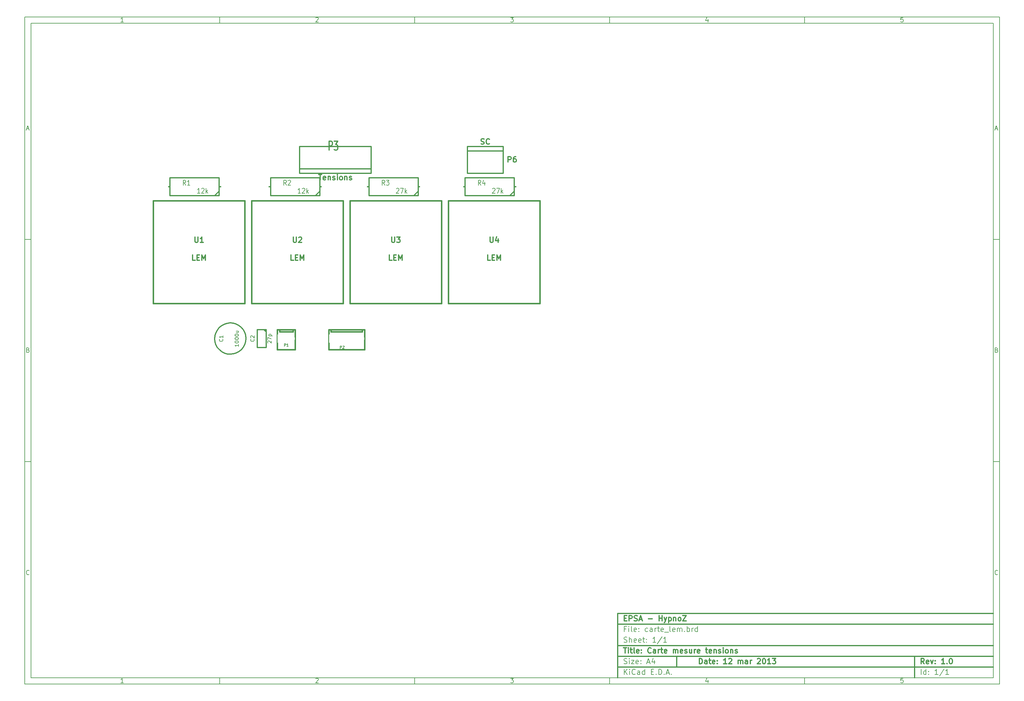
<source format=gto>
G04 (created by PCBNEW-RS274X (2012-01-19 BZR 3256)-stable) date 12/03/2013 15:31:54*
G01*
G70*
G90*
%MOIN*%
G04 Gerber Fmt 3.4, Leading zero omitted, Abs format*
%FSLAX34Y34*%
G04 APERTURE LIST*
%ADD10C,0.006000*%
%ADD11C,0.012000*%
%ADD12C,0.015000*%
%ADD13C,0.008000*%
%ADD14R,0.095000X0.095000*%
%ADD15C,0.095000*%
%ADD16C,0.090000*%
%ADD17R,0.170000X0.170000*%
%ADD18C,0.170000*%
%ADD19C,0.110000*%
G04 APERTURE END LIST*
G54D10*
X04000Y-04000D02*
X113000Y-04000D01*
X113000Y-78670D01*
X04000Y-78670D01*
X04000Y-04000D01*
X04700Y-04700D02*
X112300Y-04700D01*
X112300Y-77970D01*
X04700Y-77970D01*
X04700Y-04700D01*
X25800Y-04000D02*
X25800Y-04700D01*
X15043Y-04552D02*
X14757Y-04552D01*
X14900Y-04552D02*
X14900Y-04052D01*
X14852Y-04124D01*
X14805Y-04171D01*
X14757Y-04195D01*
X25800Y-78670D02*
X25800Y-77970D01*
X15043Y-78522D02*
X14757Y-78522D01*
X14900Y-78522D02*
X14900Y-78022D01*
X14852Y-78094D01*
X14805Y-78141D01*
X14757Y-78165D01*
X47600Y-04000D02*
X47600Y-04700D01*
X36557Y-04100D02*
X36581Y-04076D01*
X36629Y-04052D01*
X36748Y-04052D01*
X36795Y-04076D01*
X36819Y-04100D01*
X36843Y-04148D01*
X36843Y-04195D01*
X36819Y-04267D01*
X36533Y-04552D01*
X36843Y-04552D01*
X47600Y-78670D02*
X47600Y-77970D01*
X36557Y-78070D02*
X36581Y-78046D01*
X36629Y-78022D01*
X36748Y-78022D01*
X36795Y-78046D01*
X36819Y-78070D01*
X36843Y-78118D01*
X36843Y-78165D01*
X36819Y-78237D01*
X36533Y-78522D01*
X36843Y-78522D01*
X69400Y-04000D02*
X69400Y-04700D01*
X58333Y-04052D02*
X58643Y-04052D01*
X58476Y-04243D01*
X58548Y-04243D01*
X58595Y-04267D01*
X58619Y-04290D01*
X58643Y-04338D01*
X58643Y-04457D01*
X58619Y-04505D01*
X58595Y-04529D01*
X58548Y-04552D01*
X58405Y-04552D01*
X58357Y-04529D01*
X58333Y-04505D01*
X69400Y-78670D02*
X69400Y-77970D01*
X58333Y-78022D02*
X58643Y-78022D01*
X58476Y-78213D01*
X58548Y-78213D01*
X58595Y-78237D01*
X58619Y-78260D01*
X58643Y-78308D01*
X58643Y-78427D01*
X58619Y-78475D01*
X58595Y-78499D01*
X58548Y-78522D01*
X58405Y-78522D01*
X58357Y-78499D01*
X58333Y-78475D01*
X91200Y-04000D02*
X91200Y-04700D01*
X80395Y-04219D02*
X80395Y-04552D01*
X80276Y-04029D02*
X80157Y-04386D01*
X80467Y-04386D01*
X91200Y-78670D02*
X91200Y-77970D01*
X80395Y-78189D02*
X80395Y-78522D01*
X80276Y-77999D02*
X80157Y-78356D01*
X80467Y-78356D01*
X102219Y-04052D02*
X101981Y-04052D01*
X101957Y-04290D01*
X101981Y-04267D01*
X102029Y-04243D01*
X102148Y-04243D01*
X102195Y-04267D01*
X102219Y-04290D01*
X102243Y-04338D01*
X102243Y-04457D01*
X102219Y-04505D01*
X102195Y-04529D01*
X102148Y-04552D01*
X102029Y-04552D01*
X101981Y-04529D01*
X101957Y-04505D01*
X102219Y-78022D02*
X101981Y-78022D01*
X101957Y-78260D01*
X101981Y-78237D01*
X102029Y-78213D01*
X102148Y-78213D01*
X102195Y-78237D01*
X102219Y-78260D01*
X102243Y-78308D01*
X102243Y-78427D01*
X102219Y-78475D01*
X102195Y-78499D01*
X102148Y-78522D01*
X102029Y-78522D01*
X101981Y-78499D01*
X101957Y-78475D01*
X04000Y-28890D02*
X04700Y-28890D01*
X04231Y-16510D02*
X04469Y-16510D01*
X04184Y-16652D02*
X04350Y-16152D01*
X04517Y-16652D01*
X113000Y-28890D02*
X112300Y-28890D01*
X112531Y-16510D02*
X112769Y-16510D01*
X112484Y-16652D02*
X112650Y-16152D01*
X112817Y-16652D01*
X04000Y-53780D02*
X04700Y-53780D01*
X04386Y-41280D02*
X04457Y-41304D01*
X04481Y-41328D01*
X04505Y-41376D01*
X04505Y-41447D01*
X04481Y-41495D01*
X04457Y-41519D01*
X04410Y-41542D01*
X04219Y-41542D01*
X04219Y-41042D01*
X04386Y-41042D01*
X04433Y-41066D01*
X04457Y-41090D01*
X04481Y-41138D01*
X04481Y-41185D01*
X04457Y-41233D01*
X04433Y-41257D01*
X04386Y-41280D01*
X04219Y-41280D01*
X113000Y-53780D02*
X112300Y-53780D01*
X112686Y-41280D02*
X112757Y-41304D01*
X112781Y-41328D01*
X112805Y-41376D01*
X112805Y-41447D01*
X112781Y-41495D01*
X112757Y-41519D01*
X112710Y-41542D01*
X112519Y-41542D01*
X112519Y-41042D01*
X112686Y-41042D01*
X112733Y-41066D01*
X112757Y-41090D01*
X112781Y-41138D01*
X112781Y-41185D01*
X112757Y-41233D01*
X112733Y-41257D01*
X112686Y-41280D01*
X112519Y-41280D01*
X04505Y-66385D02*
X04481Y-66409D01*
X04410Y-66432D01*
X04362Y-66432D01*
X04290Y-66409D01*
X04243Y-66361D01*
X04219Y-66313D01*
X04195Y-66218D01*
X04195Y-66147D01*
X04219Y-66051D01*
X04243Y-66004D01*
X04290Y-65956D01*
X04362Y-65932D01*
X04410Y-65932D01*
X04481Y-65956D01*
X04505Y-65980D01*
X112805Y-66385D02*
X112781Y-66409D01*
X112710Y-66432D01*
X112662Y-66432D01*
X112590Y-66409D01*
X112543Y-66361D01*
X112519Y-66313D01*
X112495Y-66218D01*
X112495Y-66147D01*
X112519Y-66051D01*
X112543Y-66004D01*
X112590Y-65956D01*
X112662Y-65932D01*
X112710Y-65932D01*
X112781Y-65956D01*
X112805Y-65980D01*
G54D11*
X79443Y-76413D02*
X79443Y-75813D01*
X79586Y-75813D01*
X79671Y-75841D01*
X79729Y-75899D01*
X79757Y-75956D01*
X79786Y-76070D01*
X79786Y-76156D01*
X79757Y-76270D01*
X79729Y-76327D01*
X79671Y-76384D01*
X79586Y-76413D01*
X79443Y-76413D01*
X80300Y-76413D02*
X80300Y-76099D01*
X80271Y-76041D01*
X80214Y-76013D01*
X80100Y-76013D01*
X80043Y-76041D01*
X80300Y-76384D02*
X80243Y-76413D01*
X80100Y-76413D01*
X80043Y-76384D01*
X80014Y-76327D01*
X80014Y-76270D01*
X80043Y-76213D01*
X80100Y-76184D01*
X80243Y-76184D01*
X80300Y-76156D01*
X80500Y-76013D02*
X80729Y-76013D01*
X80586Y-75813D02*
X80586Y-76327D01*
X80614Y-76384D01*
X80672Y-76413D01*
X80729Y-76413D01*
X81157Y-76384D02*
X81100Y-76413D01*
X80986Y-76413D01*
X80929Y-76384D01*
X80900Y-76327D01*
X80900Y-76099D01*
X80929Y-76041D01*
X80986Y-76013D01*
X81100Y-76013D01*
X81157Y-76041D01*
X81186Y-76099D01*
X81186Y-76156D01*
X80900Y-76213D01*
X81443Y-76356D02*
X81471Y-76384D01*
X81443Y-76413D01*
X81414Y-76384D01*
X81443Y-76356D01*
X81443Y-76413D01*
X81443Y-76041D02*
X81471Y-76070D01*
X81443Y-76099D01*
X81414Y-76070D01*
X81443Y-76041D01*
X81443Y-76099D01*
X82500Y-76413D02*
X82157Y-76413D01*
X82329Y-76413D02*
X82329Y-75813D01*
X82272Y-75899D01*
X82214Y-75956D01*
X82157Y-75984D01*
X82728Y-75870D02*
X82757Y-75841D01*
X82814Y-75813D01*
X82957Y-75813D01*
X83014Y-75841D01*
X83043Y-75870D01*
X83071Y-75927D01*
X83071Y-75984D01*
X83043Y-76070D01*
X82700Y-76413D01*
X83071Y-76413D01*
X83785Y-76413D02*
X83785Y-76013D01*
X83785Y-76070D02*
X83813Y-76041D01*
X83871Y-76013D01*
X83956Y-76013D01*
X84013Y-76041D01*
X84042Y-76099D01*
X84042Y-76413D01*
X84042Y-76099D02*
X84071Y-76041D01*
X84128Y-76013D01*
X84213Y-76013D01*
X84271Y-76041D01*
X84299Y-76099D01*
X84299Y-76413D01*
X84842Y-76413D02*
X84842Y-76099D01*
X84813Y-76041D01*
X84756Y-76013D01*
X84642Y-76013D01*
X84585Y-76041D01*
X84842Y-76384D02*
X84785Y-76413D01*
X84642Y-76413D01*
X84585Y-76384D01*
X84556Y-76327D01*
X84556Y-76270D01*
X84585Y-76213D01*
X84642Y-76184D01*
X84785Y-76184D01*
X84842Y-76156D01*
X85128Y-76413D02*
X85128Y-76013D01*
X85128Y-76127D02*
X85156Y-76070D01*
X85185Y-76041D01*
X85242Y-76013D01*
X85299Y-76013D01*
X85927Y-75870D02*
X85956Y-75841D01*
X86013Y-75813D01*
X86156Y-75813D01*
X86213Y-75841D01*
X86242Y-75870D01*
X86270Y-75927D01*
X86270Y-75984D01*
X86242Y-76070D01*
X85899Y-76413D01*
X86270Y-76413D01*
X86641Y-75813D02*
X86698Y-75813D01*
X86755Y-75841D01*
X86784Y-75870D01*
X86813Y-75927D01*
X86841Y-76041D01*
X86841Y-76184D01*
X86813Y-76299D01*
X86784Y-76356D01*
X86755Y-76384D01*
X86698Y-76413D01*
X86641Y-76413D01*
X86584Y-76384D01*
X86555Y-76356D01*
X86527Y-76299D01*
X86498Y-76184D01*
X86498Y-76041D01*
X86527Y-75927D01*
X86555Y-75870D01*
X86584Y-75841D01*
X86641Y-75813D01*
X87412Y-76413D02*
X87069Y-76413D01*
X87241Y-76413D02*
X87241Y-75813D01*
X87184Y-75899D01*
X87126Y-75956D01*
X87069Y-75984D01*
X87612Y-75813D02*
X87983Y-75813D01*
X87783Y-76041D01*
X87869Y-76041D01*
X87926Y-76070D01*
X87955Y-76099D01*
X87983Y-76156D01*
X87983Y-76299D01*
X87955Y-76356D01*
X87926Y-76384D01*
X87869Y-76413D01*
X87697Y-76413D01*
X87640Y-76384D01*
X87612Y-76356D01*
G54D10*
X71043Y-77613D02*
X71043Y-77013D01*
X71386Y-77613D02*
X71129Y-77270D01*
X71386Y-77013D02*
X71043Y-77356D01*
X71643Y-77613D02*
X71643Y-77213D01*
X71643Y-77013D02*
X71614Y-77041D01*
X71643Y-77070D01*
X71671Y-77041D01*
X71643Y-77013D01*
X71643Y-77070D01*
X72272Y-77556D02*
X72243Y-77584D01*
X72157Y-77613D01*
X72100Y-77613D01*
X72015Y-77584D01*
X71957Y-77527D01*
X71929Y-77470D01*
X71900Y-77356D01*
X71900Y-77270D01*
X71929Y-77156D01*
X71957Y-77099D01*
X72015Y-77041D01*
X72100Y-77013D01*
X72157Y-77013D01*
X72243Y-77041D01*
X72272Y-77070D01*
X72786Y-77613D02*
X72786Y-77299D01*
X72757Y-77241D01*
X72700Y-77213D01*
X72586Y-77213D01*
X72529Y-77241D01*
X72786Y-77584D02*
X72729Y-77613D01*
X72586Y-77613D01*
X72529Y-77584D01*
X72500Y-77527D01*
X72500Y-77470D01*
X72529Y-77413D01*
X72586Y-77384D01*
X72729Y-77384D01*
X72786Y-77356D01*
X73329Y-77613D02*
X73329Y-77013D01*
X73329Y-77584D02*
X73272Y-77613D01*
X73158Y-77613D01*
X73100Y-77584D01*
X73072Y-77556D01*
X73043Y-77499D01*
X73043Y-77327D01*
X73072Y-77270D01*
X73100Y-77241D01*
X73158Y-77213D01*
X73272Y-77213D01*
X73329Y-77241D01*
X74072Y-77299D02*
X74272Y-77299D01*
X74358Y-77613D02*
X74072Y-77613D01*
X74072Y-77013D01*
X74358Y-77013D01*
X74615Y-77556D02*
X74643Y-77584D01*
X74615Y-77613D01*
X74586Y-77584D01*
X74615Y-77556D01*
X74615Y-77613D01*
X74901Y-77613D02*
X74901Y-77013D01*
X75044Y-77013D01*
X75129Y-77041D01*
X75187Y-77099D01*
X75215Y-77156D01*
X75244Y-77270D01*
X75244Y-77356D01*
X75215Y-77470D01*
X75187Y-77527D01*
X75129Y-77584D01*
X75044Y-77613D01*
X74901Y-77613D01*
X75501Y-77556D02*
X75529Y-77584D01*
X75501Y-77613D01*
X75472Y-77584D01*
X75501Y-77556D01*
X75501Y-77613D01*
X75758Y-77441D02*
X76044Y-77441D01*
X75701Y-77613D02*
X75901Y-77013D01*
X76101Y-77613D01*
X76301Y-77556D02*
X76329Y-77584D01*
X76301Y-77613D01*
X76272Y-77584D01*
X76301Y-77556D01*
X76301Y-77613D01*
G54D11*
X104586Y-76413D02*
X104386Y-76127D01*
X104243Y-76413D02*
X104243Y-75813D01*
X104471Y-75813D01*
X104529Y-75841D01*
X104557Y-75870D01*
X104586Y-75927D01*
X104586Y-76013D01*
X104557Y-76070D01*
X104529Y-76099D01*
X104471Y-76127D01*
X104243Y-76127D01*
X105071Y-76384D02*
X105014Y-76413D01*
X104900Y-76413D01*
X104843Y-76384D01*
X104814Y-76327D01*
X104814Y-76099D01*
X104843Y-76041D01*
X104900Y-76013D01*
X105014Y-76013D01*
X105071Y-76041D01*
X105100Y-76099D01*
X105100Y-76156D01*
X104814Y-76213D01*
X105300Y-76013D02*
X105443Y-76413D01*
X105585Y-76013D01*
X105814Y-76356D02*
X105842Y-76384D01*
X105814Y-76413D01*
X105785Y-76384D01*
X105814Y-76356D01*
X105814Y-76413D01*
X105814Y-76041D02*
X105842Y-76070D01*
X105814Y-76099D01*
X105785Y-76070D01*
X105814Y-76041D01*
X105814Y-76099D01*
X106871Y-76413D02*
X106528Y-76413D01*
X106700Y-76413D02*
X106700Y-75813D01*
X106643Y-75899D01*
X106585Y-75956D01*
X106528Y-75984D01*
X107128Y-76356D02*
X107156Y-76384D01*
X107128Y-76413D01*
X107099Y-76384D01*
X107128Y-76356D01*
X107128Y-76413D01*
X107528Y-75813D02*
X107585Y-75813D01*
X107642Y-75841D01*
X107671Y-75870D01*
X107700Y-75927D01*
X107728Y-76041D01*
X107728Y-76184D01*
X107700Y-76299D01*
X107671Y-76356D01*
X107642Y-76384D01*
X107585Y-76413D01*
X107528Y-76413D01*
X107471Y-76384D01*
X107442Y-76356D01*
X107414Y-76299D01*
X107385Y-76184D01*
X107385Y-76041D01*
X107414Y-75927D01*
X107442Y-75870D01*
X107471Y-75841D01*
X107528Y-75813D01*
G54D10*
X71014Y-76384D02*
X71100Y-76413D01*
X71243Y-76413D01*
X71300Y-76384D01*
X71329Y-76356D01*
X71357Y-76299D01*
X71357Y-76241D01*
X71329Y-76184D01*
X71300Y-76156D01*
X71243Y-76127D01*
X71129Y-76099D01*
X71071Y-76070D01*
X71043Y-76041D01*
X71014Y-75984D01*
X71014Y-75927D01*
X71043Y-75870D01*
X71071Y-75841D01*
X71129Y-75813D01*
X71271Y-75813D01*
X71357Y-75841D01*
X71614Y-76413D02*
X71614Y-76013D01*
X71614Y-75813D02*
X71585Y-75841D01*
X71614Y-75870D01*
X71642Y-75841D01*
X71614Y-75813D01*
X71614Y-75870D01*
X71843Y-76013D02*
X72157Y-76013D01*
X71843Y-76413D01*
X72157Y-76413D01*
X72614Y-76384D02*
X72557Y-76413D01*
X72443Y-76413D01*
X72386Y-76384D01*
X72357Y-76327D01*
X72357Y-76099D01*
X72386Y-76041D01*
X72443Y-76013D01*
X72557Y-76013D01*
X72614Y-76041D01*
X72643Y-76099D01*
X72643Y-76156D01*
X72357Y-76213D01*
X72900Y-76356D02*
X72928Y-76384D01*
X72900Y-76413D01*
X72871Y-76384D01*
X72900Y-76356D01*
X72900Y-76413D01*
X72900Y-76041D02*
X72928Y-76070D01*
X72900Y-76099D01*
X72871Y-76070D01*
X72900Y-76041D01*
X72900Y-76099D01*
X73614Y-76241D02*
X73900Y-76241D01*
X73557Y-76413D02*
X73757Y-75813D01*
X73957Y-76413D01*
X74414Y-76013D02*
X74414Y-76413D01*
X74271Y-75784D02*
X74128Y-76213D01*
X74500Y-76213D01*
X104243Y-77613D02*
X104243Y-77013D01*
X104786Y-77613D02*
X104786Y-77013D01*
X104786Y-77584D02*
X104729Y-77613D01*
X104615Y-77613D01*
X104557Y-77584D01*
X104529Y-77556D01*
X104500Y-77499D01*
X104500Y-77327D01*
X104529Y-77270D01*
X104557Y-77241D01*
X104615Y-77213D01*
X104729Y-77213D01*
X104786Y-77241D01*
X105072Y-77556D02*
X105100Y-77584D01*
X105072Y-77613D01*
X105043Y-77584D01*
X105072Y-77556D01*
X105072Y-77613D01*
X105072Y-77241D02*
X105100Y-77270D01*
X105072Y-77299D01*
X105043Y-77270D01*
X105072Y-77241D01*
X105072Y-77299D01*
X106129Y-77613D02*
X105786Y-77613D01*
X105958Y-77613D02*
X105958Y-77013D01*
X105901Y-77099D01*
X105843Y-77156D01*
X105786Y-77184D01*
X106814Y-76984D02*
X106300Y-77756D01*
X107329Y-77613D02*
X106986Y-77613D01*
X107158Y-77613D02*
X107158Y-77013D01*
X107101Y-77099D01*
X107043Y-77156D01*
X106986Y-77184D01*
G54D11*
X70957Y-74613D02*
X71300Y-74613D01*
X71129Y-75213D02*
X71129Y-74613D01*
X71500Y-75213D02*
X71500Y-74813D01*
X71500Y-74613D02*
X71471Y-74641D01*
X71500Y-74670D01*
X71528Y-74641D01*
X71500Y-74613D01*
X71500Y-74670D01*
X71700Y-74813D02*
X71929Y-74813D01*
X71786Y-74613D02*
X71786Y-75127D01*
X71814Y-75184D01*
X71872Y-75213D01*
X71929Y-75213D01*
X72215Y-75213D02*
X72157Y-75184D01*
X72129Y-75127D01*
X72129Y-74613D01*
X72671Y-75184D02*
X72614Y-75213D01*
X72500Y-75213D01*
X72443Y-75184D01*
X72414Y-75127D01*
X72414Y-74899D01*
X72443Y-74841D01*
X72500Y-74813D01*
X72614Y-74813D01*
X72671Y-74841D01*
X72700Y-74899D01*
X72700Y-74956D01*
X72414Y-75013D01*
X72957Y-75156D02*
X72985Y-75184D01*
X72957Y-75213D01*
X72928Y-75184D01*
X72957Y-75156D01*
X72957Y-75213D01*
X72957Y-74841D02*
X72985Y-74870D01*
X72957Y-74899D01*
X72928Y-74870D01*
X72957Y-74841D01*
X72957Y-74899D01*
X74043Y-75156D02*
X74014Y-75184D01*
X73928Y-75213D01*
X73871Y-75213D01*
X73786Y-75184D01*
X73728Y-75127D01*
X73700Y-75070D01*
X73671Y-74956D01*
X73671Y-74870D01*
X73700Y-74756D01*
X73728Y-74699D01*
X73786Y-74641D01*
X73871Y-74613D01*
X73928Y-74613D01*
X74014Y-74641D01*
X74043Y-74670D01*
X74557Y-75213D02*
X74557Y-74899D01*
X74528Y-74841D01*
X74471Y-74813D01*
X74357Y-74813D01*
X74300Y-74841D01*
X74557Y-75184D02*
X74500Y-75213D01*
X74357Y-75213D01*
X74300Y-75184D01*
X74271Y-75127D01*
X74271Y-75070D01*
X74300Y-75013D01*
X74357Y-74984D01*
X74500Y-74984D01*
X74557Y-74956D01*
X74843Y-75213D02*
X74843Y-74813D01*
X74843Y-74927D02*
X74871Y-74870D01*
X74900Y-74841D01*
X74957Y-74813D01*
X75014Y-74813D01*
X75128Y-74813D02*
X75357Y-74813D01*
X75214Y-74613D02*
X75214Y-75127D01*
X75242Y-75184D01*
X75300Y-75213D01*
X75357Y-75213D01*
X75785Y-75184D02*
X75728Y-75213D01*
X75614Y-75213D01*
X75557Y-75184D01*
X75528Y-75127D01*
X75528Y-74899D01*
X75557Y-74841D01*
X75614Y-74813D01*
X75728Y-74813D01*
X75785Y-74841D01*
X75814Y-74899D01*
X75814Y-74956D01*
X75528Y-75013D01*
X76528Y-75213D02*
X76528Y-74813D01*
X76528Y-74870D02*
X76556Y-74841D01*
X76614Y-74813D01*
X76699Y-74813D01*
X76756Y-74841D01*
X76785Y-74899D01*
X76785Y-75213D01*
X76785Y-74899D02*
X76814Y-74841D01*
X76871Y-74813D01*
X76956Y-74813D01*
X77014Y-74841D01*
X77042Y-74899D01*
X77042Y-75213D01*
X77556Y-75184D02*
X77499Y-75213D01*
X77385Y-75213D01*
X77328Y-75184D01*
X77299Y-75127D01*
X77299Y-74899D01*
X77328Y-74841D01*
X77385Y-74813D01*
X77499Y-74813D01*
X77556Y-74841D01*
X77585Y-74899D01*
X77585Y-74956D01*
X77299Y-75013D01*
X77813Y-75184D02*
X77870Y-75213D01*
X77985Y-75213D01*
X78042Y-75184D01*
X78070Y-75127D01*
X78070Y-75099D01*
X78042Y-75041D01*
X77985Y-75013D01*
X77899Y-75013D01*
X77842Y-74984D01*
X77813Y-74927D01*
X77813Y-74899D01*
X77842Y-74841D01*
X77899Y-74813D01*
X77985Y-74813D01*
X78042Y-74841D01*
X78585Y-74813D02*
X78585Y-75213D01*
X78328Y-74813D02*
X78328Y-75127D01*
X78356Y-75184D01*
X78414Y-75213D01*
X78499Y-75213D01*
X78556Y-75184D01*
X78585Y-75156D01*
X78871Y-75213D02*
X78871Y-74813D01*
X78871Y-74927D02*
X78899Y-74870D01*
X78928Y-74841D01*
X78985Y-74813D01*
X79042Y-74813D01*
X79470Y-75184D02*
X79413Y-75213D01*
X79299Y-75213D01*
X79242Y-75184D01*
X79213Y-75127D01*
X79213Y-74899D01*
X79242Y-74841D01*
X79299Y-74813D01*
X79413Y-74813D01*
X79470Y-74841D01*
X79499Y-74899D01*
X79499Y-74956D01*
X79213Y-75013D01*
X80127Y-74813D02*
X80356Y-74813D01*
X80213Y-74613D02*
X80213Y-75127D01*
X80241Y-75184D01*
X80299Y-75213D01*
X80356Y-75213D01*
X80784Y-75184D02*
X80727Y-75213D01*
X80613Y-75213D01*
X80556Y-75184D01*
X80527Y-75127D01*
X80527Y-74899D01*
X80556Y-74841D01*
X80613Y-74813D01*
X80727Y-74813D01*
X80784Y-74841D01*
X80813Y-74899D01*
X80813Y-74956D01*
X80527Y-75013D01*
X81070Y-74813D02*
X81070Y-75213D01*
X81070Y-74870D02*
X81098Y-74841D01*
X81156Y-74813D01*
X81241Y-74813D01*
X81298Y-74841D01*
X81327Y-74899D01*
X81327Y-75213D01*
X81584Y-75184D02*
X81641Y-75213D01*
X81756Y-75213D01*
X81813Y-75184D01*
X81841Y-75127D01*
X81841Y-75099D01*
X81813Y-75041D01*
X81756Y-75013D01*
X81670Y-75013D01*
X81613Y-74984D01*
X81584Y-74927D01*
X81584Y-74899D01*
X81613Y-74841D01*
X81670Y-74813D01*
X81756Y-74813D01*
X81813Y-74841D01*
X82099Y-75213D02*
X82099Y-74813D01*
X82099Y-74613D02*
X82070Y-74641D01*
X82099Y-74670D01*
X82127Y-74641D01*
X82099Y-74613D01*
X82099Y-74670D01*
X82471Y-75213D02*
X82413Y-75184D01*
X82385Y-75156D01*
X82356Y-75099D01*
X82356Y-74927D01*
X82385Y-74870D01*
X82413Y-74841D01*
X82471Y-74813D01*
X82556Y-74813D01*
X82613Y-74841D01*
X82642Y-74870D01*
X82671Y-74927D01*
X82671Y-75099D01*
X82642Y-75156D01*
X82613Y-75184D01*
X82556Y-75213D01*
X82471Y-75213D01*
X82928Y-74813D02*
X82928Y-75213D01*
X82928Y-74870D02*
X82956Y-74841D01*
X83014Y-74813D01*
X83099Y-74813D01*
X83156Y-74841D01*
X83185Y-74899D01*
X83185Y-75213D01*
X83442Y-75184D02*
X83499Y-75213D01*
X83614Y-75213D01*
X83671Y-75184D01*
X83699Y-75127D01*
X83699Y-75099D01*
X83671Y-75041D01*
X83614Y-75013D01*
X83528Y-75013D01*
X83471Y-74984D01*
X83442Y-74927D01*
X83442Y-74899D01*
X83471Y-74841D01*
X83528Y-74813D01*
X83614Y-74813D01*
X83671Y-74841D01*
G54D10*
X71243Y-72499D02*
X71043Y-72499D01*
X71043Y-72813D02*
X71043Y-72213D01*
X71329Y-72213D01*
X71557Y-72813D02*
X71557Y-72413D01*
X71557Y-72213D02*
X71528Y-72241D01*
X71557Y-72270D01*
X71585Y-72241D01*
X71557Y-72213D01*
X71557Y-72270D01*
X71929Y-72813D02*
X71871Y-72784D01*
X71843Y-72727D01*
X71843Y-72213D01*
X72385Y-72784D02*
X72328Y-72813D01*
X72214Y-72813D01*
X72157Y-72784D01*
X72128Y-72727D01*
X72128Y-72499D01*
X72157Y-72441D01*
X72214Y-72413D01*
X72328Y-72413D01*
X72385Y-72441D01*
X72414Y-72499D01*
X72414Y-72556D01*
X72128Y-72613D01*
X72671Y-72756D02*
X72699Y-72784D01*
X72671Y-72813D01*
X72642Y-72784D01*
X72671Y-72756D01*
X72671Y-72813D01*
X72671Y-72441D02*
X72699Y-72470D01*
X72671Y-72499D01*
X72642Y-72470D01*
X72671Y-72441D01*
X72671Y-72499D01*
X73671Y-72784D02*
X73614Y-72813D01*
X73500Y-72813D01*
X73442Y-72784D01*
X73414Y-72756D01*
X73385Y-72699D01*
X73385Y-72527D01*
X73414Y-72470D01*
X73442Y-72441D01*
X73500Y-72413D01*
X73614Y-72413D01*
X73671Y-72441D01*
X74185Y-72813D02*
X74185Y-72499D01*
X74156Y-72441D01*
X74099Y-72413D01*
X73985Y-72413D01*
X73928Y-72441D01*
X74185Y-72784D02*
X74128Y-72813D01*
X73985Y-72813D01*
X73928Y-72784D01*
X73899Y-72727D01*
X73899Y-72670D01*
X73928Y-72613D01*
X73985Y-72584D01*
X74128Y-72584D01*
X74185Y-72556D01*
X74471Y-72813D02*
X74471Y-72413D01*
X74471Y-72527D02*
X74499Y-72470D01*
X74528Y-72441D01*
X74585Y-72413D01*
X74642Y-72413D01*
X74756Y-72413D02*
X74985Y-72413D01*
X74842Y-72213D02*
X74842Y-72727D01*
X74870Y-72784D01*
X74928Y-72813D01*
X74985Y-72813D01*
X75413Y-72784D02*
X75356Y-72813D01*
X75242Y-72813D01*
X75185Y-72784D01*
X75156Y-72727D01*
X75156Y-72499D01*
X75185Y-72441D01*
X75242Y-72413D01*
X75356Y-72413D01*
X75413Y-72441D01*
X75442Y-72499D01*
X75442Y-72556D01*
X75156Y-72613D01*
X75556Y-72870D02*
X76013Y-72870D01*
X76242Y-72813D02*
X76184Y-72784D01*
X76156Y-72727D01*
X76156Y-72213D01*
X76698Y-72784D02*
X76641Y-72813D01*
X76527Y-72813D01*
X76470Y-72784D01*
X76441Y-72727D01*
X76441Y-72499D01*
X76470Y-72441D01*
X76527Y-72413D01*
X76641Y-72413D01*
X76698Y-72441D01*
X76727Y-72499D01*
X76727Y-72556D01*
X76441Y-72613D01*
X76984Y-72813D02*
X76984Y-72413D01*
X76984Y-72470D02*
X77012Y-72441D01*
X77070Y-72413D01*
X77155Y-72413D01*
X77212Y-72441D01*
X77241Y-72499D01*
X77241Y-72813D01*
X77241Y-72499D02*
X77270Y-72441D01*
X77327Y-72413D01*
X77412Y-72413D01*
X77470Y-72441D01*
X77498Y-72499D01*
X77498Y-72813D01*
X77784Y-72756D02*
X77812Y-72784D01*
X77784Y-72813D01*
X77755Y-72784D01*
X77784Y-72756D01*
X77784Y-72813D01*
X78070Y-72813D02*
X78070Y-72213D01*
X78070Y-72441D02*
X78127Y-72413D01*
X78241Y-72413D01*
X78298Y-72441D01*
X78327Y-72470D01*
X78356Y-72527D01*
X78356Y-72699D01*
X78327Y-72756D01*
X78298Y-72784D01*
X78241Y-72813D01*
X78127Y-72813D01*
X78070Y-72784D01*
X78613Y-72813D02*
X78613Y-72413D01*
X78613Y-72527D02*
X78641Y-72470D01*
X78670Y-72441D01*
X78727Y-72413D01*
X78784Y-72413D01*
X79241Y-72813D02*
X79241Y-72213D01*
X79241Y-72784D02*
X79184Y-72813D01*
X79070Y-72813D01*
X79012Y-72784D01*
X78984Y-72756D01*
X78955Y-72699D01*
X78955Y-72527D01*
X78984Y-72470D01*
X79012Y-72441D01*
X79070Y-72413D01*
X79184Y-72413D01*
X79241Y-72441D01*
X71014Y-73984D02*
X71100Y-74013D01*
X71243Y-74013D01*
X71300Y-73984D01*
X71329Y-73956D01*
X71357Y-73899D01*
X71357Y-73841D01*
X71329Y-73784D01*
X71300Y-73756D01*
X71243Y-73727D01*
X71129Y-73699D01*
X71071Y-73670D01*
X71043Y-73641D01*
X71014Y-73584D01*
X71014Y-73527D01*
X71043Y-73470D01*
X71071Y-73441D01*
X71129Y-73413D01*
X71271Y-73413D01*
X71357Y-73441D01*
X71614Y-74013D02*
X71614Y-73413D01*
X71871Y-74013D02*
X71871Y-73699D01*
X71842Y-73641D01*
X71785Y-73613D01*
X71700Y-73613D01*
X71642Y-73641D01*
X71614Y-73670D01*
X72385Y-73984D02*
X72328Y-74013D01*
X72214Y-74013D01*
X72157Y-73984D01*
X72128Y-73927D01*
X72128Y-73699D01*
X72157Y-73641D01*
X72214Y-73613D01*
X72328Y-73613D01*
X72385Y-73641D01*
X72414Y-73699D01*
X72414Y-73756D01*
X72128Y-73813D01*
X72899Y-73984D02*
X72842Y-74013D01*
X72728Y-74013D01*
X72671Y-73984D01*
X72642Y-73927D01*
X72642Y-73699D01*
X72671Y-73641D01*
X72728Y-73613D01*
X72842Y-73613D01*
X72899Y-73641D01*
X72928Y-73699D01*
X72928Y-73756D01*
X72642Y-73813D01*
X73099Y-73613D02*
X73328Y-73613D01*
X73185Y-73413D02*
X73185Y-73927D01*
X73213Y-73984D01*
X73271Y-74013D01*
X73328Y-74013D01*
X73528Y-73956D02*
X73556Y-73984D01*
X73528Y-74013D01*
X73499Y-73984D01*
X73528Y-73956D01*
X73528Y-74013D01*
X73528Y-73641D02*
X73556Y-73670D01*
X73528Y-73699D01*
X73499Y-73670D01*
X73528Y-73641D01*
X73528Y-73699D01*
X74585Y-74013D02*
X74242Y-74013D01*
X74414Y-74013D02*
X74414Y-73413D01*
X74357Y-73499D01*
X74299Y-73556D01*
X74242Y-73584D01*
X75270Y-73384D02*
X74756Y-74156D01*
X75785Y-74013D02*
X75442Y-74013D01*
X75614Y-74013D02*
X75614Y-73413D01*
X75557Y-73499D01*
X75499Y-73556D01*
X75442Y-73584D01*
G54D11*
X71043Y-71299D02*
X71243Y-71299D01*
X71329Y-71613D02*
X71043Y-71613D01*
X71043Y-71013D01*
X71329Y-71013D01*
X71586Y-71613D02*
X71586Y-71013D01*
X71814Y-71013D01*
X71872Y-71041D01*
X71900Y-71070D01*
X71929Y-71127D01*
X71929Y-71213D01*
X71900Y-71270D01*
X71872Y-71299D01*
X71814Y-71327D01*
X71586Y-71327D01*
X72157Y-71584D02*
X72243Y-71613D01*
X72386Y-71613D01*
X72443Y-71584D01*
X72472Y-71556D01*
X72500Y-71499D01*
X72500Y-71441D01*
X72472Y-71384D01*
X72443Y-71356D01*
X72386Y-71327D01*
X72272Y-71299D01*
X72214Y-71270D01*
X72186Y-71241D01*
X72157Y-71184D01*
X72157Y-71127D01*
X72186Y-71070D01*
X72214Y-71041D01*
X72272Y-71013D01*
X72414Y-71013D01*
X72500Y-71041D01*
X72728Y-71441D02*
X73014Y-71441D01*
X72671Y-71613D02*
X72871Y-71013D01*
X73071Y-71613D01*
X73728Y-71384D02*
X74185Y-71384D01*
X74928Y-71613D02*
X74928Y-71013D01*
X74928Y-71299D02*
X75271Y-71299D01*
X75271Y-71613D02*
X75271Y-71013D01*
X75500Y-71213D02*
X75643Y-71613D01*
X75785Y-71213D02*
X75643Y-71613D01*
X75585Y-71756D01*
X75557Y-71784D01*
X75500Y-71813D01*
X76014Y-71213D02*
X76014Y-71813D01*
X76014Y-71241D02*
X76071Y-71213D01*
X76185Y-71213D01*
X76242Y-71241D01*
X76271Y-71270D01*
X76300Y-71327D01*
X76300Y-71499D01*
X76271Y-71556D01*
X76242Y-71584D01*
X76185Y-71613D01*
X76071Y-71613D01*
X76014Y-71584D01*
X76557Y-71213D02*
X76557Y-71613D01*
X76557Y-71270D02*
X76585Y-71241D01*
X76643Y-71213D01*
X76728Y-71213D01*
X76785Y-71241D01*
X76814Y-71299D01*
X76814Y-71613D01*
X77186Y-71613D02*
X77128Y-71584D01*
X77100Y-71556D01*
X77071Y-71499D01*
X77071Y-71327D01*
X77100Y-71270D01*
X77128Y-71241D01*
X77186Y-71213D01*
X77271Y-71213D01*
X77328Y-71241D01*
X77357Y-71270D01*
X77386Y-71327D01*
X77386Y-71499D01*
X77357Y-71556D01*
X77328Y-71584D01*
X77271Y-71613D01*
X77186Y-71613D01*
X77586Y-71013D02*
X77986Y-71013D01*
X77586Y-71613D01*
X77986Y-71613D01*
X70300Y-70770D02*
X70300Y-77970D01*
X70300Y-71970D02*
X112300Y-71970D01*
X70300Y-70770D02*
X112300Y-70770D01*
X70300Y-74370D02*
X112300Y-74370D01*
X103500Y-75570D02*
X103500Y-77970D01*
X70300Y-76770D02*
X112300Y-76770D01*
X70300Y-75570D02*
X112300Y-75570D01*
X76900Y-75570D02*
X76900Y-76770D01*
G54D12*
X32500Y-39000D02*
X32500Y-39250D01*
X32500Y-39250D02*
X34000Y-39250D01*
X34000Y-39250D02*
X34000Y-39000D01*
X32250Y-39000D02*
X32250Y-41250D01*
X32250Y-41250D02*
X34250Y-41250D01*
X34250Y-41250D02*
X34250Y-39000D01*
X34250Y-39000D02*
X32250Y-39000D01*
G54D10*
X32250Y-40500D02*
X32250Y-39500D01*
X34250Y-39500D02*
X34250Y-40500D01*
G54D12*
X40375Y-24575D02*
X40375Y-36075D01*
X40375Y-36075D02*
X50625Y-36075D01*
X50625Y-36075D02*
X50625Y-24575D01*
X50625Y-24575D02*
X40375Y-24575D01*
X29375Y-24575D02*
X29375Y-36075D01*
X29375Y-36075D02*
X39625Y-36075D01*
X39625Y-36075D02*
X39625Y-24575D01*
X39625Y-24575D02*
X29375Y-24575D01*
X51375Y-24575D02*
X51375Y-36075D01*
X51375Y-36075D02*
X61625Y-36075D01*
X61625Y-36075D02*
X61625Y-24575D01*
X61625Y-24575D02*
X51375Y-24575D01*
X18375Y-24575D02*
X18375Y-36075D01*
X18375Y-36075D02*
X28625Y-36075D01*
X28625Y-36075D02*
X28625Y-24575D01*
X28625Y-24575D02*
X18375Y-24575D01*
G54D11*
X31000Y-39020D02*
X31000Y-41000D01*
X31000Y-41000D02*
X30000Y-41000D01*
X30000Y-41000D02*
X30000Y-39000D01*
X30000Y-39000D02*
X31000Y-39000D01*
X30750Y-39000D02*
X31000Y-39250D01*
X28750Y-40000D02*
X28716Y-40339D01*
X28617Y-40666D01*
X28457Y-40968D01*
X28241Y-41233D01*
X27978Y-41450D01*
X27678Y-41613D01*
X27351Y-41714D01*
X27012Y-41749D01*
X26673Y-41719D01*
X26345Y-41622D01*
X26042Y-41464D01*
X25776Y-41250D01*
X25557Y-40988D01*
X25392Y-40689D01*
X25289Y-40363D01*
X25251Y-40024D01*
X25279Y-39685D01*
X25373Y-39356D01*
X25530Y-39053D01*
X25742Y-38785D01*
X26002Y-38563D01*
X26300Y-38397D01*
X26625Y-38291D01*
X26964Y-38251D01*
X27303Y-38277D01*
X27632Y-38369D01*
X27937Y-38523D01*
X28206Y-38733D01*
X28430Y-38992D01*
X28598Y-39289D01*
X28706Y-39613D01*
X28749Y-39952D01*
X28750Y-40000D01*
G54D12*
X42000Y-41250D02*
X42000Y-39000D01*
X38000Y-39000D02*
X38000Y-41250D01*
X41750Y-39250D02*
X39750Y-39250D01*
X42000Y-39000D02*
X40000Y-39000D01*
X40000Y-41250D02*
X42000Y-41250D01*
X41750Y-39250D02*
X41750Y-39000D01*
X38250Y-39000D02*
X38250Y-39250D01*
X38250Y-39250D02*
X39750Y-39250D01*
X38000Y-41250D02*
X40000Y-41250D01*
X40000Y-39000D02*
X38000Y-39000D01*
G54D11*
X53500Y-19000D02*
X57500Y-19000D01*
X53500Y-18500D02*
X53500Y-21500D01*
X53500Y-21500D02*
X57500Y-21500D01*
X57500Y-21500D02*
X57500Y-18500D01*
X57500Y-18500D02*
X53500Y-18500D01*
X26500Y-23000D02*
X26500Y-23000D01*
X26500Y-23000D02*
X26500Y-23000D01*
X20250Y-23000D02*
X19500Y-23000D01*
X19500Y-23000D02*
X19500Y-23000D01*
X20250Y-22000D02*
X25750Y-22000D01*
X25750Y-24000D02*
X20250Y-24000D01*
X25750Y-23500D02*
X25250Y-24000D01*
X20250Y-24000D02*
X20250Y-22000D01*
X25750Y-24000D02*
X25750Y-22000D01*
X26500Y-23000D02*
X25750Y-23000D01*
X37750Y-23000D02*
X37750Y-23000D01*
X37750Y-23000D02*
X37750Y-23000D01*
X31500Y-23000D02*
X30750Y-23000D01*
X30750Y-23000D02*
X30750Y-23000D01*
X31500Y-22000D02*
X37000Y-22000D01*
X37000Y-24000D02*
X31500Y-24000D01*
X37000Y-23500D02*
X36500Y-24000D01*
X31500Y-24000D02*
X31500Y-22000D01*
X37000Y-24000D02*
X37000Y-22000D01*
X37750Y-23000D02*
X37000Y-23000D01*
X48750Y-23000D02*
X48750Y-23000D01*
X48750Y-23000D02*
X48750Y-23000D01*
X42500Y-23000D02*
X41750Y-23000D01*
X41750Y-23000D02*
X41750Y-23000D01*
X42500Y-22000D02*
X48000Y-22000D01*
X48000Y-24000D02*
X42500Y-24000D01*
X48000Y-23500D02*
X47500Y-24000D01*
X42500Y-24000D02*
X42500Y-22000D01*
X48000Y-24000D02*
X48000Y-22000D01*
X48750Y-23000D02*
X48000Y-23000D01*
X59500Y-23000D02*
X59500Y-23000D01*
X59500Y-23000D02*
X59500Y-23000D01*
X53250Y-23000D02*
X52500Y-23000D01*
X52500Y-23000D02*
X52500Y-23000D01*
X53250Y-22000D02*
X58750Y-22000D01*
X58750Y-24000D02*
X53250Y-24000D01*
X58750Y-23500D02*
X58250Y-24000D01*
X53250Y-24000D02*
X53250Y-22000D01*
X58750Y-24000D02*
X58750Y-22000D01*
X59500Y-23000D02*
X58750Y-23000D01*
X34750Y-18500D02*
X34750Y-21500D01*
X42750Y-21500D02*
X42750Y-18500D01*
X42750Y-21000D02*
X34750Y-21000D01*
X34750Y-18500D02*
X42750Y-18500D01*
X34750Y-21500D02*
X42750Y-21500D01*
G54D10*
X33028Y-40871D02*
X33028Y-40571D01*
X33143Y-40571D01*
X33171Y-40586D01*
X33186Y-40600D01*
X33200Y-40629D01*
X33200Y-40671D01*
X33186Y-40700D01*
X33171Y-40714D01*
X33143Y-40729D01*
X33028Y-40729D01*
X33486Y-40871D02*
X33314Y-40871D01*
X33400Y-40871D02*
X33400Y-40571D01*
X33371Y-40614D01*
X33343Y-40643D01*
X33314Y-40657D01*
G54D11*
X45043Y-28643D02*
X45043Y-29129D01*
X45071Y-29186D01*
X45100Y-29214D01*
X45157Y-29243D01*
X45271Y-29243D01*
X45329Y-29214D01*
X45357Y-29186D01*
X45386Y-29129D01*
X45386Y-28643D01*
X45615Y-28643D02*
X45986Y-28643D01*
X45786Y-28871D01*
X45872Y-28871D01*
X45929Y-28900D01*
X45958Y-28929D01*
X45986Y-28986D01*
X45986Y-29129D01*
X45958Y-29186D01*
X45929Y-29214D01*
X45872Y-29243D01*
X45700Y-29243D01*
X45643Y-29214D01*
X45615Y-29186D01*
X45072Y-31243D02*
X44786Y-31243D01*
X44786Y-30643D01*
X45272Y-30929D02*
X45472Y-30929D01*
X45558Y-31243D02*
X45272Y-31243D01*
X45272Y-30643D01*
X45558Y-30643D01*
X45815Y-31243D02*
X45815Y-30643D01*
X46015Y-31071D01*
X46215Y-30643D01*
X46215Y-31243D01*
X34043Y-28643D02*
X34043Y-29129D01*
X34071Y-29186D01*
X34100Y-29214D01*
X34157Y-29243D01*
X34271Y-29243D01*
X34329Y-29214D01*
X34357Y-29186D01*
X34386Y-29129D01*
X34386Y-28643D01*
X34643Y-28700D02*
X34672Y-28671D01*
X34729Y-28643D01*
X34872Y-28643D01*
X34929Y-28671D01*
X34958Y-28700D01*
X34986Y-28757D01*
X34986Y-28814D01*
X34958Y-28900D01*
X34615Y-29243D01*
X34986Y-29243D01*
X34072Y-31243D02*
X33786Y-31243D01*
X33786Y-30643D01*
X34272Y-30929D02*
X34472Y-30929D01*
X34558Y-31243D02*
X34272Y-31243D01*
X34272Y-30643D01*
X34558Y-30643D01*
X34815Y-31243D02*
X34815Y-30643D01*
X35015Y-31071D01*
X35215Y-30643D01*
X35215Y-31243D01*
X56043Y-28643D02*
X56043Y-29129D01*
X56071Y-29186D01*
X56100Y-29214D01*
X56157Y-29243D01*
X56271Y-29243D01*
X56329Y-29214D01*
X56357Y-29186D01*
X56386Y-29129D01*
X56386Y-28643D01*
X56929Y-28843D02*
X56929Y-29243D01*
X56786Y-28614D02*
X56643Y-29043D01*
X57015Y-29043D01*
X56072Y-31243D02*
X55786Y-31243D01*
X55786Y-30643D01*
X56272Y-30929D02*
X56472Y-30929D01*
X56558Y-31243D02*
X56272Y-31243D01*
X56272Y-30643D01*
X56558Y-30643D01*
X56815Y-31243D02*
X56815Y-30643D01*
X57015Y-31071D01*
X57215Y-30643D01*
X57215Y-31243D01*
X23043Y-28643D02*
X23043Y-29129D01*
X23071Y-29186D01*
X23100Y-29214D01*
X23157Y-29243D01*
X23271Y-29243D01*
X23329Y-29214D01*
X23357Y-29186D01*
X23386Y-29129D01*
X23386Y-28643D01*
X23986Y-29243D02*
X23643Y-29243D01*
X23815Y-29243D02*
X23815Y-28643D01*
X23758Y-28729D01*
X23700Y-28786D01*
X23643Y-28814D01*
X23072Y-31243D02*
X22786Y-31243D01*
X22786Y-30643D01*
X23272Y-30929D02*
X23472Y-30929D01*
X23558Y-31243D02*
X23272Y-31243D01*
X23272Y-30643D01*
X23558Y-30643D01*
X23815Y-31243D02*
X23815Y-30643D01*
X24015Y-31071D01*
X24215Y-30643D01*
X24215Y-31243D01*
G54D13*
X29624Y-40066D02*
X29643Y-40085D01*
X29662Y-40142D01*
X29662Y-40180D01*
X29643Y-40238D01*
X29605Y-40276D01*
X29567Y-40295D01*
X29490Y-40314D01*
X29433Y-40314D01*
X29357Y-40295D01*
X29319Y-40276D01*
X29281Y-40238D01*
X29262Y-40180D01*
X29262Y-40142D01*
X29281Y-40085D01*
X29300Y-40066D01*
X29300Y-39914D02*
X29281Y-39895D01*
X29262Y-39857D01*
X29262Y-39761D01*
X29281Y-39723D01*
X29300Y-39704D01*
X29338Y-39685D01*
X29376Y-39685D01*
X29433Y-39704D01*
X29662Y-39933D01*
X29662Y-39685D01*
X31200Y-40486D02*
X31181Y-40467D01*
X31162Y-40429D01*
X31162Y-40333D01*
X31181Y-40295D01*
X31200Y-40276D01*
X31238Y-40257D01*
X31276Y-40257D01*
X31333Y-40276D01*
X31562Y-40505D01*
X31562Y-40257D01*
X31162Y-40124D02*
X31162Y-39857D01*
X31562Y-40029D01*
X31295Y-39705D02*
X31695Y-39705D01*
X31314Y-39705D02*
X31295Y-39667D01*
X31295Y-39590D01*
X31314Y-39552D01*
X31333Y-39533D01*
X31371Y-39514D01*
X31486Y-39514D01*
X31524Y-39533D01*
X31543Y-39552D01*
X31562Y-39590D01*
X31562Y-39667D01*
X31543Y-39705D01*
X26124Y-40066D02*
X26143Y-40085D01*
X26162Y-40142D01*
X26162Y-40180D01*
X26143Y-40238D01*
X26105Y-40276D01*
X26067Y-40295D01*
X25990Y-40314D01*
X25933Y-40314D01*
X25857Y-40295D01*
X25819Y-40276D01*
X25781Y-40238D01*
X25762Y-40180D01*
X25762Y-40142D01*
X25781Y-40085D01*
X25800Y-40066D01*
X26162Y-39685D02*
X26162Y-39914D01*
X26162Y-39800D02*
X25762Y-39800D01*
X25819Y-39838D01*
X25857Y-39876D01*
X25876Y-39914D01*
X27912Y-40638D02*
X27912Y-40867D01*
X27912Y-40753D02*
X27512Y-40753D01*
X27569Y-40791D01*
X27607Y-40829D01*
X27626Y-40867D01*
X27512Y-40391D02*
X27512Y-40352D01*
X27531Y-40314D01*
X27550Y-40295D01*
X27588Y-40276D01*
X27664Y-40257D01*
X27760Y-40257D01*
X27836Y-40276D01*
X27874Y-40295D01*
X27893Y-40314D01*
X27912Y-40352D01*
X27912Y-40391D01*
X27893Y-40429D01*
X27874Y-40448D01*
X27836Y-40467D01*
X27760Y-40486D01*
X27664Y-40486D01*
X27588Y-40467D01*
X27550Y-40448D01*
X27531Y-40429D01*
X27512Y-40391D01*
X27512Y-40010D02*
X27512Y-39971D01*
X27531Y-39933D01*
X27550Y-39914D01*
X27588Y-39895D01*
X27664Y-39876D01*
X27760Y-39876D01*
X27836Y-39895D01*
X27874Y-39914D01*
X27893Y-39933D01*
X27912Y-39971D01*
X27912Y-40010D01*
X27893Y-40048D01*
X27874Y-40067D01*
X27836Y-40086D01*
X27760Y-40105D01*
X27664Y-40105D01*
X27588Y-40086D01*
X27550Y-40067D01*
X27531Y-40048D01*
X27512Y-40010D01*
X27512Y-39629D02*
X27512Y-39590D01*
X27531Y-39552D01*
X27550Y-39533D01*
X27588Y-39514D01*
X27664Y-39495D01*
X27760Y-39495D01*
X27836Y-39514D01*
X27874Y-39533D01*
X27893Y-39552D01*
X27912Y-39590D01*
X27912Y-39629D01*
X27893Y-39667D01*
X27874Y-39686D01*
X27836Y-39705D01*
X27760Y-39724D01*
X27664Y-39724D01*
X27588Y-39705D01*
X27550Y-39686D01*
X27531Y-39667D01*
X27512Y-39629D01*
X27645Y-39152D02*
X27912Y-39152D01*
X27645Y-39324D02*
X27855Y-39324D01*
X27893Y-39305D01*
X27912Y-39267D01*
X27912Y-39209D01*
X27893Y-39171D01*
X27874Y-39152D01*
G54D10*
X39278Y-41121D02*
X39278Y-40821D01*
X39393Y-40821D01*
X39421Y-40836D01*
X39436Y-40850D01*
X39450Y-40879D01*
X39450Y-40921D01*
X39436Y-40950D01*
X39421Y-40964D01*
X39393Y-40979D01*
X39278Y-40979D01*
X39564Y-40850D02*
X39578Y-40836D01*
X39607Y-40821D01*
X39678Y-40821D01*
X39707Y-40836D01*
X39721Y-40850D01*
X39736Y-40879D01*
X39736Y-40907D01*
X39721Y-40950D01*
X39550Y-41121D01*
X39736Y-41121D01*
G54D11*
X58058Y-20243D02*
X58058Y-19643D01*
X58286Y-19643D01*
X58344Y-19671D01*
X58372Y-19700D01*
X58401Y-19757D01*
X58401Y-19843D01*
X58372Y-19900D01*
X58344Y-19929D01*
X58286Y-19957D01*
X58058Y-19957D01*
X58915Y-19643D02*
X58801Y-19643D01*
X58744Y-19671D01*
X58715Y-19700D01*
X58658Y-19786D01*
X58629Y-19900D01*
X58629Y-20129D01*
X58658Y-20186D01*
X58686Y-20214D01*
X58744Y-20243D01*
X58858Y-20243D01*
X58915Y-20214D01*
X58944Y-20186D01*
X58972Y-20129D01*
X58972Y-19986D01*
X58944Y-19929D01*
X58915Y-19900D01*
X58858Y-19871D01*
X58744Y-19871D01*
X58686Y-19900D01*
X58658Y-19929D01*
X58629Y-19986D01*
X55029Y-18214D02*
X55115Y-18243D01*
X55258Y-18243D01*
X55315Y-18214D01*
X55344Y-18186D01*
X55372Y-18129D01*
X55372Y-18071D01*
X55344Y-18014D01*
X55315Y-17986D01*
X55258Y-17957D01*
X55144Y-17929D01*
X55086Y-17900D01*
X55058Y-17871D01*
X55029Y-17814D01*
X55029Y-17757D01*
X55058Y-17700D01*
X55086Y-17671D01*
X55144Y-17643D01*
X55286Y-17643D01*
X55372Y-17671D01*
X55972Y-18186D02*
X55943Y-18214D01*
X55857Y-18243D01*
X55800Y-18243D01*
X55715Y-18214D01*
X55657Y-18157D01*
X55629Y-18100D01*
X55600Y-17986D01*
X55600Y-17900D01*
X55629Y-17786D01*
X55657Y-17729D01*
X55715Y-17671D01*
X55800Y-17643D01*
X55857Y-17643D01*
X55943Y-17671D01*
X55972Y-17700D01*
G54D13*
X22017Y-22823D02*
X21850Y-22561D01*
X21731Y-22823D02*
X21731Y-22273D01*
X21922Y-22273D01*
X21969Y-22299D01*
X21993Y-22325D01*
X22017Y-22377D01*
X22017Y-22456D01*
X21993Y-22508D01*
X21969Y-22535D01*
X21922Y-22561D01*
X21731Y-22561D01*
X22493Y-22823D02*
X22207Y-22823D01*
X22350Y-22823D02*
X22350Y-22273D01*
X22302Y-22351D01*
X22255Y-22404D01*
X22207Y-22430D01*
X23603Y-23723D02*
X23317Y-23723D01*
X23460Y-23723D02*
X23460Y-23173D01*
X23412Y-23251D01*
X23365Y-23304D01*
X23317Y-23330D01*
X23793Y-23225D02*
X23817Y-23199D01*
X23865Y-23173D01*
X23984Y-23173D01*
X24031Y-23199D01*
X24055Y-23225D01*
X24079Y-23277D01*
X24079Y-23330D01*
X24055Y-23408D01*
X23769Y-23723D01*
X24079Y-23723D01*
X24293Y-23723D02*
X24293Y-23173D01*
X24341Y-23513D02*
X24484Y-23723D01*
X24484Y-23356D02*
X24293Y-23565D01*
X33267Y-22823D02*
X33100Y-22561D01*
X32981Y-22823D02*
X32981Y-22273D01*
X33172Y-22273D01*
X33219Y-22299D01*
X33243Y-22325D01*
X33267Y-22377D01*
X33267Y-22456D01*
X33243Y-22508D01*
X33219Y-22535D01*
X33172Y-22561D01*
X32981Y-22561D01*
X33457Y-22325D02*
X33481Y-22299D01*
X33529Y-22273D01*
X33648Y-22273D01*
X33695Y-22299D01*
X33719Y-22325D01*
X33743Y-22377D01*
X33743Y-22430D01*
X33719Y-22508D01*
X33433Y-22823D01*
X33743Y-22823D01*
X34853Y-23723D02*
X34567Y-23723D01*
X34710Y-23723D02*
X34710Y-23173D01*
X34662Y-23251D01*
X34615Y-23304D01*
X34567Y-23330D01*
X35043Y-23225D02*
X35067Y-23199D01*
X35115Y-23173D01*
X35234Y-23173D01*
X35281Y-23199D01*
X35305Y-23225D01*
X35329Y-23277D01*
X35329Y-23330D01*
X35305Y-23408D01*
X35019Y-23723D01*
X35329Y-23723D01*
X35543Y-23723D02*
X35543Y-23173D01*
X35591Y-23513D02*
X35734Y-23723D01*
X35734Y-23356D02*
X35543Y-23565D01*
X44267Y-22823D02*
X44100Y-22561D01*
X43981Y-22823D02*
X43981Y-22273D01*
X44172Y-22273D01*
X44219Y-22299D01*
X44243Y-22325D01*
X44267Y-22377D01*
X44267Y-22456D01*
X44243Y-22508D01*
X44219Y-22535D01*
X44172Y-22561D01*
X43981Y-22561D01*
X44433Y-22273D02*
X44743Y-22273D01*
X44576Y-22482D01*
X44648Y-22482D01*
X44695Y-22508D01*
X44719Y-22535D01*
X44743Y-22587D01*
X44743Y-22718D01*
X44719Y-22770D01*
X44695Y-22796D01*
X44648Y-22823D01*
X44505Y-22823D01*
X44457Y-22796D01*
X44433Y-22770D01*
X45567Y-23225D02*
X45591Y-23199D01*
X45639Y-23173D01*
X45758Y-23173D01*
X45805Y-23199D01*
X45829Y-23225D01*
X45853Y-23277D01*
X45853Y-23330D01*
X45829Y-23408D01*
X45543Y-23723D01*
X45853Y-23723D01*
X46019Y-23173D02*
X46353Y-23173D01*
X46138Y-23723D01*
X46543Y-23723D02*
X46543Y-23173D01*
X46591Y-23513D02*
X46734Y-23723D01*
X46734Y-23356D02*
X46543Y-23565D01*
X55017Y-22823D02*
X54850Y-22561D01*
X54731Y-22823D02*
X54731Y-22273D01*
X54922Y-22273D01*
X54969Y-22299D01*
X54993Y-22325D01*
X55017Y-22377D01*
X55017Y-22456D01*
X54993Y-22508D01*
X54969Y-22535D01*
X54922Y-22561D01*
X54731Y-22561D01*
X55445Y-22456D02*
X55445Y-22823D01*
X55326Y-22246D02*
X55207Y-22639D01*
X55517Y-22639D01*
X56317Y-23225D02*
X56341Y-23199D01*
X56389Y-23173D01*
X56508Y-23173D01*
X56555Y-23199D01*
X56579Y-23225D01*
X56603Y-23277D01*
X56603Y-23330D01*
X56579Y-23408D01*
X56293Y-23723D01*
X56603Y-23723D01*
X56769Y-23173D02*
X57103Y-23173D01*
X56888Y-23723D01*
X57293Y-23723D02*
X57293Y-23173D01*
X57341Y-23513D02*
X57484Y-23723D01*
X57484Y-23356D02*
X57293Y-23565D01*
G54D11*
X38036Y-18917D02*
X38036Y-17887D01*
X38275Y-17887D01*
X38335Y-17936D01*
X38365Y-17985D01*
X38395Y-18083D01*
X38395Y-18230D01*
X38365Y-18328D01*
X38335Y-18377D01*
X38275Y-18426D01*
X38036Y-18426D01*
X38605Y-17887D02*
X38994Y-17887D01*
X38785Y-18279D01*
X38874Y-18279D01*
X38934Y-18328D01*
X38964Y-18377D01*
X38994Y-18475D01*
X38994Y-18721D01*
X38964Y-18819D01*
X38934Y-18868D01*
X38874Y-18917D01*
X38695Y-18917D01*
X38635Y-18868D01*
X38605Y-18819D01*
X36878Y-21643D02*
X37221Y-21643D01*
X37050Y-22243D02*
X37050Y-21643D01*
X37649Y-22214D02*
X37592Y-22243D01*
X37478Y-22243D01*
X37421Y-22214D01*
X37392Y-22157D01*
X37392Y-21929D01*
X37421Y-21871D01*
X37478Y-21843D01*
X37592Y-21843D01*
X37649Y-21871D01*
X37678Y-21929D01*
X37678Y-21986D01*
X37392Y-22043D01*
X37935Y-21843D02*
X37935Y-22243D01*
X37935Y-21900D02*
X37963Y-21871D01*
X38021Y-21843D01*
X38106Y-21843D01*
X38163Y-21871D01*
X38192Y-21929D01*
X38192Y-22243D01*
X38449Y-22214D02*
X38506Y-22243D01*
X38621Y-22243D01*
X38678Y-22214D01*
X38706Y-22157D01*
X38706Y-22129D01*
X38678Y-22071D01*
X38621Y-22043D01*
X38535Y-22043D01*
X38478Y-22014D01*
X38449Y-21957D01*
X38449Y-21929D01*
X38478Y-21871D01*
X38535Y-21843D01*
X38621Y-21843D01*
X38678Y-21871D01*
X38964Y-22243D02*
X38964Y-21843D01*
X38964Y-21643D02*
X38935Y-21671D01*
X38964Y-21700D01*
X38992Y-21671D01*
X38964Y-21643D01*
X38964Y-21700D01*
X39336Y-22243D02*
X39278Y-22214D01*
X39250Y-22186D01*
X39221Y-22129D01*
X39221Y-21957D01*
X39250Y-21900D01*
X39278Y-21871D01*
X39336Y-21843D01*
X39421Y-21843D01*
X39478Y-21871D01*
X39507Y-21900D01*
X39536Y-21957D01*
X39536Y-22129D01*
X39507Y-22186D01*
X39478Y-22214D01*
X39421Y-22243D01*
X39336Y-22243D01*
X39793Y-21843D02*
X39793Y-22243D01*
X39793Y-21900D02*
X39821Y-21871D01*
X39879Y-21843D01*
X39964Y-21843D01*
X40021Y-21871D01*
X40050Y-21929D01*
X40050Y-22243D01*
X40307Y-22214D02*
X40364Y-22243D01*
X40479Y-22243D01*
X40536Y-22214D01*
X40564Y-22157D01*
X40564Y-22129D01*
X40536Y-22071D01*
X40479Y-22043D01*
X40393Y-22043D01*
X40336Y-22014D01*
X40307Y-21957D01*
X40307Y-21929D01*
X40336Y-21871D01*
X40393Y-21843D01*
X40479Y-21843D01*
X40536Y-21871D01*
%LPC*%
G54D14*
X32750Y-40000D03*
G54D15*
X33750Y-40000D03*
X48500Y-26000D03*
X42500Y-26000D03*
X48500Y-34000D03*
X45500Y-34000D03*
G54D14*
X42500Y-34000D03*
G54D15*
X37500Y-26000D03*
X31500Y-26000D03*
X37500Y-34000D03*
X34500Y-34000D03*
G54D14*
X31500Y-34000D03*
G54D15*
X59500Y-26000D03*
X53500Y-26000D03*
X59500Y-34000D03*
X56500Y-34000D03*
G54D14*
X53500Y-34000D03*
G54D15*
X26500Y-26000D03*
X20500Y-26000D03*
X26500Y-34000D03*
X23500Y-34000D03*
G54D14*
X20500Y-34000D03*
G54D16*
X30500Y-39500D03*
X30500Y-40500D03*
G54D14*
X27000Y-39000D03*
G54D15*
X27000Y-41000D03*
X41500Y-40000D03*
X40500Y-40000D03*
G54D14*
X38500Y-40000D03*
G54D15*
X39500Y-40000D03*
G54D17*
X56500Y-20000D03*
G54D18*
X54500Y-20000D03*
G54D19*
X26500Y-23000D03*
X19500Y-23000D03*
X37750Y-23000D03*
X30750Y-23000D03*
X48750Y-23000D03*
X41750Y-23000D03*
X59500Y-23000D03*
X52500Y-23000D03*
G54D18*
X37750Y-20000D03*
X39750Y-20000D03*
G54D17*
X35750Y-20000D03*
G54D18*
X41750Y-20000D03*
M02*

</source>
